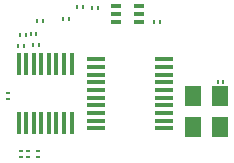
<source format=gbr>
G04 EAGLE Gerber RS-274X export*
G75*
%MOMM*%
%FSLAX34Y34*%
%LPD*%
%INSolderpaste Bottom*%
%IPPOS*%
%AMOC8*
5,1,8,0,0,1.08239X$1,22.5*%
G01*
%ADD10R,0.410000X1.968500*%
%ADD11R,0.969200X0.397100*%
%ADD12R,0.280000X0.430000*%
%ADD13R,0.430000X0.280000*%
%ADD14R,0.350000X0.250000*%
%ADD15R,0.250000X0.350000*%
%ADD16R,1.558800X0.406800*%
%ADD17R,1.461800X1.811800*%


D10*
X54600Y56466D03*
X48200Y56466D03*
X41800Y56466D03*
X35400Y56466D03*
X29000Y56466D03*
X22600Y56466D03*
X16200Y56466D03*
X9800Y56466D03*
X9800Y105934D03*
X16200Y105934D03*
X22600Y105934D03*
X29000Y105934D03*
X35400Y105934D03*
X41800Y105934D03*
X48200Y105934D03*
X54600Y105934D03*
D11*
X111813Y155000D03*
X111813Y148500D03*
X111813Y142000D03*
X92387Y142000D03*
X92387Y148500D03*
X92387Y155000D03*
D12*
X16250Y130800D03*
X11150Y130800D03*
X58850Y154700D03*
X63950Y154700D03*
X71550Y153800D03*
X76650Y153800D03*
X21950Y122600D03*
X27050Y122600D03*
D13*
X900Y76250D03*
X900Y81350D03*
X18100Y32250D03*
X18100Y27150D03*
D14*
X26500Y27300D03*
X26500Y32300D03*
D15*
X30400Y142700D03*
X25400Y142700D03*
X47400Y144400D03*
X52400Y144400D03*
X19900Y131900D03*
X24900Y131900D03*
X178200Y91100D03*
X183200Y91100D03*
X129600Y141700D03*
X124600Y141700D03*
D16*
X132783Y110250D03*
X132783Y103750D03*
X132783Y97250D03*
X132783Y90750D03*
X132783Y84250D03*
X132783Y77750D03*
X132783Y71250D03*
X132783Y64750D03*
X132783Y58250D03*
X132783Y51750D03*
X75217Y51750D03*
X75217Y58250D03*
X75217Y64750D03*
X75217Y71250D03*
X75217Y77750D03*
X75217Y84250D03*
X75217Y90750D03*
X75217Y97250D03*
X75217Y103750D03*
X75217Y110250D03*
D14*
X11500Y32400D03*
X11500Y27400D03*
D15*
X9100Y121200D03*
X14100Y121200D03*
D17*
X180250Y53000D03*
X157750Y53000D03*
X157750Y79000D03*
X180250Y79000D03*
M02*

</source>
